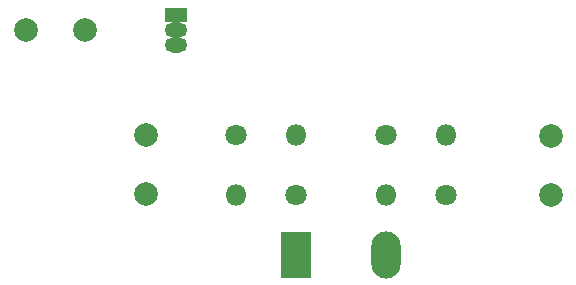
<source format=gbr>
G04 #@! TF.FileFunction,Soldermask,Bot*
%FSLAX46Y46*%
G04 Gerber Fmt 4.6, Leading zero omitted, Abs format (unit mm)*
G04 Created by KiCad (PCBNEW 4.0.6) date 06/11/17 17:15:35*
%MOMM*%
%LPD*%
G01*
G04 APERTURE LIST*
%ADD10C,0.100000*%
%ADD11R,2.500000X4.000000*%
%ADD12O,2.500000X4.000000*%
%ADD13C,2.000000*%
%ADD14O,1.900000X1.300000*%
%ADD15R,1.900000X1.300000*%
%ADD16C,1.800000*%
%ADD17O,1.800000X1.800000*%
G04 APERTURE END LIST*
D10*
D11*
X83820000Y-63500000D03*
D12*
X91440000Y-63500000D03*
D13*
X60960000Y-44450000D03*
X65960000Y-44450000D03*
X71120000Y-53340000D03*
X71120000Y-58340000D03*
X105410000Y-53420000D03*
X105410000Y-58420000D03*
D14*
X73660000Y-44450000D03*
X73660000Y-45720000D03*
D15*
X73660000Y-43180000D03*
D16*
X83820000Y-58420000D03*
D17*
X83820000Y-53340000D03*
D16*
X91440000Y-53340000D03*
D17*
X91440000Y-58420000D03*
D16*
X96520000Y-58420000D03*
D17*
X96520000Y-53340000D03*
D16*
X78740000Y-53340000D03*
D17*
X78740000Y-58420000D03*
M02*

</source>
